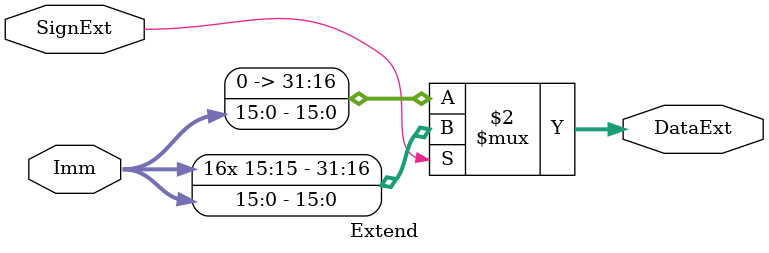
<source format=v>
`timescale 1ns / 1ps
module Extend(
	input [15:0] Imm,
	input SignExt,
	output [31:0] DataExt
    );

assign DataExt = (SignExt == 1'b1) ? {{16{Imm[15]}}, Imm[15:0]} : {16'b0, Imm[15:0]};

endmodule

</source>
